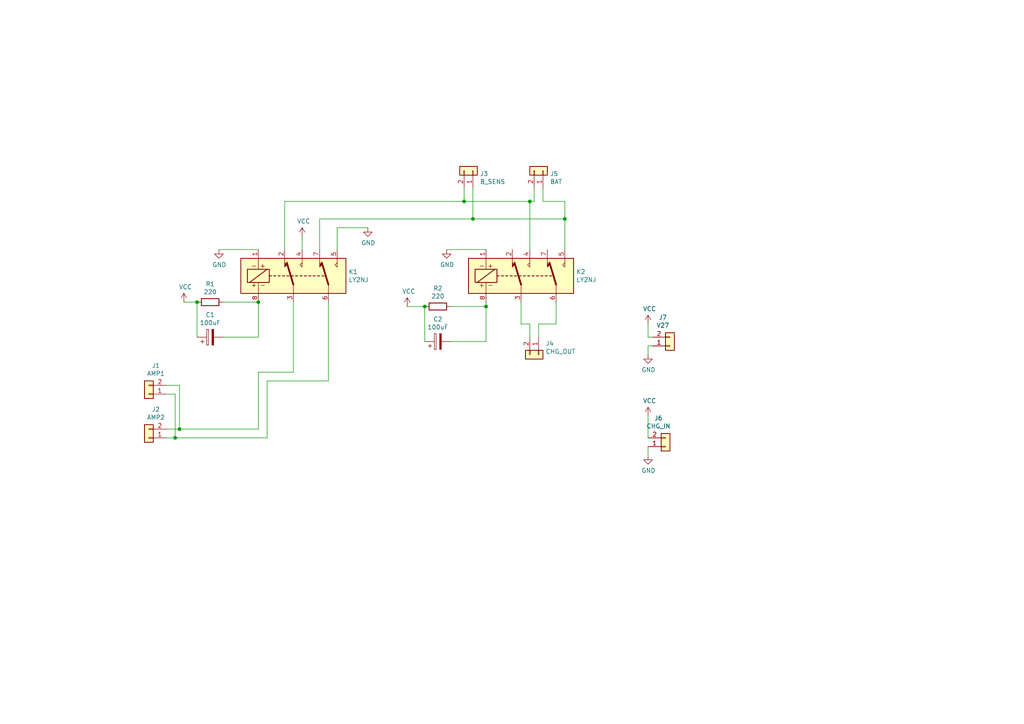
<source format=kicad_sch>
(kicad_sch (version 20230121) (generator eeschema)
  (paper "A4")
  (lib_symbols
    (symbol "Connector_Generic:Conn_01x02" (pin_names (offset 1.016) hide)
      (property "Reference" "J" (at 0 2.54 0))
      (property "Value" "Conn_01x02" (at 0 -5.08 0))
      (symbol "Conn_01x02_1_1"
        (rectangle (start -1.27 -2.413) (end 0 -2.667) (stroke (width 0.1524)))
        (rectangle (start -1.27 0.127) (end 0 -0.127) (stroke (width 0.1524)))
        (rectangle (start -1.27 1.27) (end 1.27 -3.81) (stroke (width 0.254)) (fill (type background)))
        (pin passive line (at -5.08 0 0) (length 3.81) (name "Pin_1") (number "1"))
        (pin passive line (at -5.08 -2.54 0) (length 3.81) (name "Pin_2") (number "2"))
      )
    )
    (symbol "Device:R" (pin_numbers hide) (pin_names (offset 0))
      (property "Reference" "R" (at 2.032 0 90))
      (property "Value" "R" (at 0 0 90))
      (symbol "R_0_1"
        (rectangle (start -1.016 -2.54) (end 1.016 2.54) (stroke (width 0.254)))
      )
      (symbol "R_1_1"
        (pin passive line (at 0 3.81 270) (length 1.27) (name "~") (number "1"))
        (pin passive line (at 0 -3.81 90) (length 1.27) (name "~") (number "2"))
      )
    )
    (symbol "Relay:IM45"
      (property "Reference" "K" (at 16.51 3.81 0))
      (property "Value" "IM45" (at 16.51 1.27 0))
      (symbol "IM45_0_0"
        (text "+ -" (at -10.16 -2.667 0) (effects (font (size 1.27 1.27))))
        (text "- +" (at -10.16 2.921 0) (effects (font (size 1.27 1.27))))
      )
      (symbol "IM45_0_1"
        (rectangle (start -15.24 5.08) (end 15.24 -5.08) (stroke (width 0.254)) (fill (type background)))
        (rectangle (start -13.335 1.905) (end -6.985 -1.905) (stroke (width 0.254)))
        (polyline (pts (xy -12.7 -1.905) (xy -7.62 1.905)) (stroke (width 0.254)))
        (polyline (pts (xy -10.16 -5.08) (xy -10.16 -1.905)))
        (polyline (pts (xy -10.16 5.08) (xy -10.16 1.905)))
        (polyline (pts (xy -6.985 0) (xy -6.35 0)) (stroke (width 0.254)))
        (polyline (pts (xy -5.715 0) (xy -5.08 0)) (stroke (width 0.254)))
        (polyline (pts (xy -4.445 0) (xy -3.81 0)) (stroke (width 0.254)))
        (polyline (pts (xy -3.175 0) (xy -2.54 0)) (stroke (width 0.254)))
        (polyline (pts (xy -1.905 0) (xy -1.27 0)) (stroke (width 0.254)))
        (polyline (pts (xy -0.635 0) (xy 0 0)) (stroke (width 0.254)))
        (polyline (pts (xy 0 -2.54) (xy -1.905 3.81)) (stroke (width 0.508)))
        (polyline (pts (xy 0 -2.54) (xy 0 -5.08)))
        (polyline (pts (xy 0.635 0) (xy 1.27 0)) (stroke (width 0.254)))
        (polyline (pts (xy 1.905 0) (xy 2.54 0)) (stroke (width 0.254)))
        (polyline (pts (xy 3.175 0) (xy 3.81 0)) (stroke (width 0.254)))
        (polyline (pts (xy 4.445 0) (xy 5.08 0)) (stroke (width 0.254)))
        (polyline (pts (xy 5.715 0) (xy 6.35 0)) (stroke (width 0.254)))
        (polyline (pts (xy 6.985 0) (xy 7.62 0)) (stroke (width 0.254)))
        (polyline (pts (xy 8.255 0) (xy 8.89 0)) (stroke (width 0.254)))
        (polyline (pts (xy 10.16 -2.54) (xy 8.255 3.81)) (stroke (width 0.508)))
        (polyline (pts (xy 10.16 -2.54) (xy 10.16 -5.08)))
        (polyline (pts (xy -2.54 5.08) (xy -2.54 2.54) (xy -1.905 3.175) (xy -2.54 3.81)) (fill (type outline)))
        (polyline (pts (xy 2.54 5.08) (xy 2.54 2.54) (xy 1.905 3.175) (xy 2.54 3.81)))
        (polyline (pts (xy 7.62 5.08) (xy 7.62 2.54) (xy 8.255 3.175) (xy 7.62 3.81)) (fill (type outline)))
        (polyline (pts (xy 12.7 5.08) (xy 12.7 2.54) (xy 12.065 3.175) (xy 12.7 3.81)))
      )
      (symbol "IM45_1_1"
        (pin passive line (at -10.16 7.62 270) (length 2.54) (name "~") (number "1"))
        (pin passive line (at -2.54 7.62 270) (length 2.54) (name "~") (number "2"))
        (pin passive line (at 0 -7.62 90) (length 2.54) (name "~") (number "3"))
        (pin passive line (at 2.54 7.62 270) (length 2.54) (name "~") (number "4"))
        (pin passive line (at 12.7 7.62 270) (length 2.54) (name "~") (number "5"))
        (pin passive line (at 10.16 -7.62 90) (length 2.54) (name "~") (number "6"))
        (pin passive line (at 7.62 7.62 270) (length 2.54) (name "~") (number "7"))
        (pin passive line (at -10.16 -7.62 90) (length 2.54) (name "~") (number "8"))
      )
    )
    (symbol "RelayBoard-rescue:CP-Device" (pin_numbers hide) (pin_names (offset 0.254))
      (property "Reference" "C" (at 0.635 2.54 0))
      (property "Value" "Device:CP" (at 0.635 -2.54 0))
      (symbol "CP-Device_0_1"
        (rectangle (start -2.286 0.508) (end -2.286 1.016))
        (rectangle (start -2.286 0.508) (end 2.286 0.508))
        (polyline (pts (xy -1.778 2.286) (xy -0.762 2.286)))
        (polyline (pts (xy -1.27 2.794) (xy -1.27 1.778)))
        (rectangle (start 2.286 -0.508) (end -2.286 -1.016) (fill (type outline)))
        (rectangle (start 2.286 1.016) (end -2.286 1.016))
        (rectangle (start 2.286 1.016) (end 2.286 0.508))
      )
      (symbol "CP-Device_1_1"
        (pin passive line (at 0 3.81 270) (length 2.794) (name "~") (number "1"))
        (pin passive line (at 0 -3.81 90) (length 2.794) (name "~") (number "2"))
      )
    )
    (symbol "power:GND" (power) (pin_names (offset 0))
      (property "Value" "GND" (at 0 -3.81 0))
      (symbol "GND_0_1"
        (polyline (pts (xy 0 0) (xy 0 -1.27) (xy 1.27 -1.27) (xy 0 -2.54) (xy -1.27 -1.27) (xy 0 -1.27)))
      )
      (symbol "GND_1_1"
        (pin power_in line (at 0 0 270) (length 0) hide (name "GND") (number "1"))
      )
    )
    (symbol "power:VCC" (power) (pin_names (offset 0))
      (property "Value" "VCC" (at 0 3.81 0))
      (symbol "VCC_0_1"
        (polyline (pts (xy -0.762 1.27) (xy 0 2.54)))
        (polyline (pts (xy 0 0) (xy 0 2.54)))
        (polyline (pts (xy 0 2.54) (xy 0.762 1.27)))
      )
      (symbol "VCC_1_1"
        (pin power_in line (at 0 0 90) (length 0) hide (name "VCC") (number "1"))
      )
    )
  )
  (junction (at 163.83 63.5))
  (junction (at 50.8 127))
  (junction (at 153.67 58.42))
  (junction (at 123.19 88.9))
  (junction (at 74.93 87.63))
  (junction (at 140.97 88.9))
  (junction (at 137.16 63.5))
  (junction (at 134.62 58.42))
  (junction (at 52.07 124.46))
  (junction (at 57.15 87.63))
  (wire (pts (xy 50.8 127) (xy 48.26 127)))
  (wire (pts (xy 74.93 97.79) (xy 74.93 87.63)))
  (wire (pts (xy 95.25 87.63) (xy 95.25 110.49)))
  (wire (pts (xy 134.62 58.42) (xy 153.67 58.42)))
  (wire (pts (xy 187.96 120.65) (xy 187.96 127)))
  (wire (pts (xy 53.34 87.63) (xy 57.15 87.63)))
  (wire (pts (xy 48.26 114.3) (xy 50.8 114.3)))
  (wire (pts (xy 153.67 93.98) (xy 153.67 97.79)))
  (wire (pts (xy 153.67 72.39) (xy 153.67 58.42)))
  (wire (pts (xy 92.71 72.39) (xy 92.71 63.5)))
  (wire (pts (xy 189.23 97.79) (xy 187.96 97.79)))
  (wire (pts (xy 151.13 93.98) (xy 153.67 93.98)))
  (wire (pts (xy 85.09 107.95) (xy 85.09 87.63)))
  (wire (pts (xy 74.93 124.46) (xy 74.93 107.95)))
  (wire (pts (xy 163.83 63.5) (xy 163.83 72.39)))
  (wire (pts (xy 64.77 87.63) (xy 74.93 87.63)))
  (wire (pts (xy 151.13 87.63) (xy 151.13 93.98)))
  (wire (pts (xy 57.15 87.63) (xy 57.15 97.79)))
  (wire (pts (xy 137.16 63.5) (xy 163.83 63.5)))
  (wire (pts (xy 140.97 99.06) (xy 140.97 88.9)))
  (wire (pts (xy 157.48 58.42) (xy 163.83 58.42)))
  (wire (pts (xy 82.55 58.42) (xy 134.62 58.42)))
  (wire (pts (xy 97.79 72.39) (xy 97.79 66.04)))
  (wire (pts (xy 52.07 124.46) (xy 74.93 124.46)))
  (wire (pts (xy 153.67 58.42) (xy 154.94 58.42)))
  (wire (pts (xy 187.96 97.79) (xy 187.96 93.98)))
  (wire (pts (xy 52.07 124.46) (xy 52.07 111.76)))
  (wire (pts (xy 129.54 72.39) (xy 140.97 72.39)))
  (wire (pts (xy 82.55 72.39) (xy 82.55 58.42)))
  (wire (pts (xy 161.29 93.98) (xy 161.29 87.63)))
  (wire (pts (xy 130.81 88.9) (xy 140.97 88.9)))
  (wire (pts (xy 77.47 110.49) (xy 77.47 127)))
  (wire (pts (xy 163.83 58.42) (xy 163.83 63.5)))
  (wire (pts (xy 156.21 93.98) (xy 161.29 93.98)))
  (wire (pts (xy 48.26 124.46) (xy 52.07 124.46)))
  (wire (pts (xy 157.48 54.61) (xy 157.48 58.42)))
  (wire (pts (xy 156.21 97.79) (xy 156.21 93.98)))
  (wire (pts (xy 134.62 54.61) (xy 134.62 58.42)))
  (wire (pts (xy 123.19 88.9) (xy 123.19 99.06)))
  (wire (pts (xy 130.81 99.06) (xy 140.97 99.06)))
  (wire (pts (xy 63.5 72.39) (xy 74.93 72.39)))
  (wire (pts (xy 50.8 114.3) (xy 50.8 127)))
  (wire (pts (xy 140.97 88.9) (xy 140.97 87.63)))
  (wire (pts (xy 92.71 63.5) (xy 137.16 63.5)))
  (wire (pts (xy 87.63 68.58) (xy 87.63 72.39)))
  (wire (pts (xy 118.11 88.9) (xy 123.19 88.9)))
  (wire (pts (xy 77.47 127) (xy 50.8 127)))
  (wire (pts (xy 74.93 107.95) (xy 85.09 107.95)))
  (wire (pts (xy 187.96 100.33) (xy 187.96 102.87)))
  (wire (pts (xy 154.94 58.42) (xy 154.94 54.61)))
  (wire (pts (xy 189.23 100.33) (xy 187.96 100.33)))
  (wire (pts (xy 95.25 110.49) (xy 77.47 110.49)))
  (wire (pts (xy 187.96 129.54) (xy 187.96 132.08)))
  (wire (pts (xy 64.77 97.79) (xy 74.93 97.79)))
  (wire (pts (xy 52.07 111.76) (xy 48.26 111.76)))
  (wire (pts (xy 97.79 66.04) (xy 106.68 66.04)))
  (wire (pts (xy 137.16 54.61) (xy 137.16 63.5)))
  (symbol (lib_id "Relay:IM45") (at 85.09 80.01 0) (unit 1)
    (property "Reference" "K1" (at 101.092 78.8416 0) (effects (justify left)))
    (property "Value" "LY2NJ" (at 101.092 81.153 0) (effects (justify left)))
    (property "Footprint" "KiCadCustomLibs:Relay_LY2NJ" (effects hide))
    (property "Datasheet" "http://www.te.com/commerce/DocumentDelivery/DDEController?Action=srchrtrv&DocNm=108-98001&DocType=SS&DocLang=EN" (effects hide))
  )
  (symbol (lib_id "Relay:IM45") (at 151.13 80.01 0) (unit 1)
    (property "Reference" "K2" (at 167.132 78.8416 0) (effects (justify left)))
    (property "Value" "LY2NJ" (at 167.132 81.153 0) (effects (justify left)))
    (property "Footprint" "KiCadCustomLibs:Relay_LY2NJ" (effects hide))
    (property "Datasheet" "http://www.te.com/commerce/DocumentDelivery/DDEController?Action=srchrtrv&DocNm=108-98001&DocType=SS&DocLang=EN" (effects hide))
  )
  (symbol (lib_id "Device:R") (at 60.96 87.63 270) (unit 1)
    (property "Reference" "R1" (at 60.96 82.3722 90))
    (property "Value" "220" (at 60.96 84.6836 90))
    (property "Footprint" "Resistors_THT:R_Axial_DIN0414_L11.9mm_D4.5mm_P20.32mm_Horizontal" (effects hide))
  )
  (symbol (lib_id "Device:R") (at 127 88.9 270) (unit 1)
    (property "Reference" "R2" (at 127 83.6422 90))
    (property "Value" "220" (at 127 85.9536 90))
    (property "Footprint" "Resistors_THT:R_Axial_DIN0414_L11.9mm_D4.5mm_P20.32mm_Horizontal" (effects hide))
  )
  (symbol (lib_id "RelayBoard-rescue:CP-Device") (at 60.96 97.79 90) (unit 1)
    (property "Reference" "C1" (at 60.96 91.313 90))
    (property "Value" "100uF" (at 60.96 93.6244 90))
    (property "Footprint" "Capacitors_THT:CP_Radial_D8.0mm_P3.50mm" (effects hide))
  )
  (symbol (lib_id "RelayBoard-rescue:CP-Device") (at 127 99.06 90) (unit 1)
    (property "Reference" "C2" (at 127 92.583 90))
    (property "Value" "100uF" (at 127 94.8944 90))
    (property "Footprint" "Capacitors_THT:CP_Radial_D8.0mm_P3.50mm" (effects hide))
  )
  (symbol (lib_id "power:GND") (at 106.68 66.04 0) (unit 1)
    (property "Reference" "#PWR0101" (effects hide))
    (property "Value" "GND" (at 106.807 70.4342 0))
  )
  (symbol (lib_id "power:VCC") (at 53.34 87.63 0) (unit 1)
    (property "Reference" "#PWR0102" (effects hide))
    (property "Value" "VCC" (at 53.7718 83.2358 0))
  )
  (symbol (lib_id "Connector_Generic:Conn_01x02") (at 43.18 127 180) (unit 1)
    (property "Reference" "J2" (at 45.212 118.745 0))
    (property "Value" "AMP2" (at 45.212 121.0564 0))
    (property "Footprint" "KiCadCustomLibs:Conn_Power" (effects hide))
  )
  (symbol (lib_id "Connector_Generic:Conn_01x02") (at 43.18 114.3 180) (unit 1)
    (property "Reference" "J1" (at 45.212 106.045 0))
    (property "Value" "AMP1" (at 45.212 108.3564 0))
    (property "Footprint" "KiCadCustomLibs:Conn_Power" (effects hide))
  )
  (symbol (lib_id "Connector_Generic:Conn_01x02") (at 157.48 49.53 270) (mirror x) (unit 1)
    (property "Reference" "J5" (at 159.512 50.3936 90) (effects (justify left)))
    (property "Value" "BAT" (at 159.512 52.705 90) (effects (justify left)))
    (property "Footprint" "KiCadCustomLibs:Conn_Power" (effects hide))
  )
  (symbol (lib_id "Connector_Generic:Conn_01x02") (at 156.21 102.87 270) (unit 1)
    (property "Reference" "J4" (at 158.242 99.6442 90) (effects (justify left)))
    (property "Value" "CHG_OUT" (at 158.242 101.9556 90) (effects (justify left)))
    (property "Footprint" "KiCadCustomLibs:Conn_Power" (effects hide))
  )
  (symbol (lib_id "Connector_Generic:Conn_01x02") (at 193.04 129.54 0) (mirror x) (unit 1)
    (property "Reference" "J6" (at 190.9826 121.285 0))
    (property "Value" "CHG_IN" (at 190.9826 123.5964 0))
    (property "Footprint" "KiCadCustomLibs:Conn_Power" (effects hide))
  )
  (symbol (lib_id "Connector_Generic:Conn_01x02") (at 194.31 100.33 0) (mirror x) (unit 1)
    (property "Reference" "J7" (at 192.2526 92.075 0))
    (property "Value" "V27" (at 192.2526 94.3864 0))
    (property "Footprint" "KiCadCustomLibs:Conn_Power" (effects hide))
  )
  (symbol (lib_id "power:VCC") (at 187.96 93.98 0) (unit 1)
    (property "Reference" "#PWR0103" (effects hide))
    (property "Value" "VCC" (at 188.3918 89.5858 0))
  )
  (symbol (lib_id "power:GND") (at 187.96 102.87 0) (unit 1)
    (property "Reference" "#PWR0104" (effects hide))
    (property "Value" "GND" (at 188.087 107.2642 0))
  )
  (symbol (lib_id "power:GND") (at 187.96 132.08 0) (unit 1)
    (property "Reference" "#PWR0105" (effects hide))
    (property "Value" "GND" (at 188.087 136.4742 0))
  )
  (symbol (lib_id "power:VCC") (at 187.96 120.65 0) (unit 1)
    (property "Reference" "#PWR0106" (effects hide))
    (property "Value" "VCC" (at 188.3918 116.2558 0))
  )
  (symbol (lib_id "power:GND") (at 63.5 72.39 0) (unit 1)
    (property "Reference" "#PWR0107" (effects hide))
    (property "Value" "GND" (at 63.627 76.7842 0))
  )
  (symbol (lib_id "power:GND") (at 129.54 72.39 0) (unit 1)
    (property "Reference" "#PWR0108" (effects hide))
    (property "Value" "GND" (at 129.667 76.7842 0))
  )
  (symbol (lib_id "power:VCC") (at 118.11 88.9 0) (unit 1)
    (property "Reference" "#PWR0109" (effects hide))
    (property "Value" "VCC" (at 118.5418 84.5058 0))
  )
  (symbol (lib_id "power:VCC") (at 87.63 68.58 0) (unit 1)
    (property "Reference" "#PWR0110" (effects hide))
    (property "Value" "VCC" (at 88.0618 64.1858 0))
  )
  (symbol (lib_id "Connector_Generic:Conn_01x02") (at 137.16 49.53 270) (mirror x) (unit 1)
    (property "Reference" "J3" (at 139.192 50.3936 90) (effects (justify left)))
    (property "Value" "B_SENS" (at 139.192 52.705 90) (effects (justify left)))
    (property "Footprint" "KiCadCustomLibs:Conn_1x02_2.54mm" (effects hide))
  )
)
</source>
